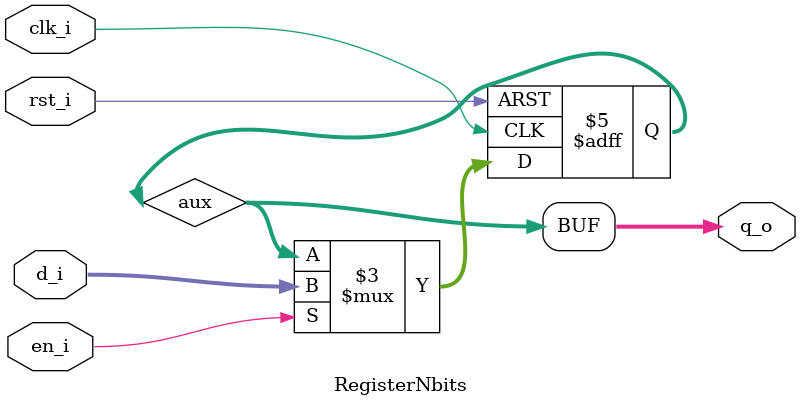
<source format=v>

module RegisterNbits #(
    parameter SIZE = 8             // number of bits
)(
    input rst_i,                   // reset
    input clk_i,                   // clock
    input en_i,                    // enable
    input [SIZE-1:0] d_i,          // data
    output reg [SIZE-1:0] q_o      // output
);

    // Internal storage
    reg [SIZE-1:0] aux;

    // Process to handle reset, clock and enable
    always @(posedge clk_i or posedge rst_i) begin
        if (rst_i)                 // asynchronous reset
            aux <= {SIZE{1'b0}};
        else if (en_i)             // synchronous inputs
            aux <= d_i;            // store data when enabled
    end

    // Assign internal storage to output
    always @(*) begin
        q_o = aux;
    end

endmodule


</source>
